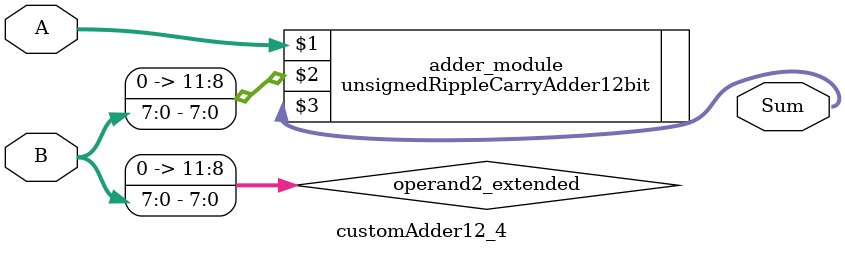
<source format=v>

module customAdder12_4(
                    input [11 : 0] A,
                    input [7 : 0] B,
                    
                    output [12 : 0] Sum
            );

    wire [11 : 0] operand2_extended;
    
    assign operand2_extended =  {4'b0, B};
    
    unsignedRippleCarryAdder12bit adder_module(
        A,
        operand2_extended,
        Sum
    );
    
endmodule
        
</source>
